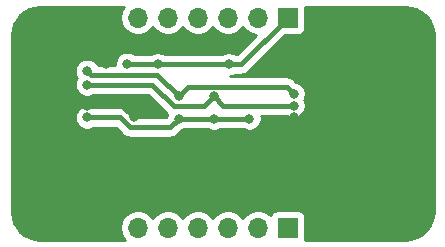
<source format=gbr>
%TF.GenerationSoftware,KiCad,Pcbnew,5.1.6*%
%TF.CreationDate,2020-07-11T18:48:30-07:00*%
%TF.ProjectId,proto_boards,70726f74-6f5f-4626-9f61-7264732e6b69,rev?*%
%TF.SameCoordinates,Original*%
%TF.FileFunction,Copper,L2,Bot*%
%TF.FilePolarity,Positive*%
%FSLAX46Y46*%
G04 Gerber Fmt 4.6, Leading zero omitted, Abs format (unit mm)*
G04 Created by KiCad (PCBNEW 5.1.6) date 2020-07-11 18:48:30*
%MOMM*%
%LPD*%
G01*
G04 APERTURE LIST*
%TA.AperFunction,ComponentPad*%
%ADD10O,1.700000X1.700000*%
%TD*%
%TA.AperFunction,ComponentPad*%
%ADD11R,1.700000X1.700000*%
%TD*%
%TA.AperFunction,ViaPad*%
%ADD12C,0.800000*%
%TD*%
%TA.AperFunction,Conductor*%
%ADD13C,0.460000*%
%TD*%
%TA.AperFunction,Conductor*%
%ADD14C,0.254000*%
%TD*%
G04 APERTURE END LIST*
D10*
%TO.P,J2,6*%
%TO.N,Net-(J2-Pad6)*%
X159890000Y-86360000D03*
%TO.P,J2,5*%
%TO.N,Net-(J2-Pad5)*%
X162430000Y-86360000D03*
%TO.P,J2,4*%
%TO.N,Net-(J2-Pad4)*%
X164970000Y-86360000D03*
%TO.P,J2,3*%
%TO.N,Net-(J2-Pad3)*%
X167510000Y-86360000D03*
%TO.P,J2,2*%
%TO.N,Net-(J2-Pad2)*%
X170050000Y-86360000D03*
D11*
%TO.P,J2,1*%
%TO.N,Net-(J2-Pad1)*%
X172590000Y-86360000D03*
%TD*%
D10*
%TO.P,J1,6*%
%TO.N,Net-(IC1-Pad5)*%
X159890000Y-68580000D03*
%TO.P,J1,5*%
%TO.N,Net-(IC1-Pad6)*%
X162430000Y-68580000D03*
%TO.P,J1,4*%
%TO.N,/SDA*%
X164970000Y-68580000D03*
%TO.P,J1,3*%
%TO.N,/SCL*%
X167510000Y-68580000D03*
%TO.P,J1,2*%
%TO.N,+3V3*%
X170050000Y-68580000D03*
D11*
%TO.P,J1,1*%
%TO.N,GNDS*%
X172590000Y-68580000D03*
%TD*%
D12*
%TO.N,GNDS*%
X159000000Y-72500000D03*
X161590000Y-72540000D03*
X167590000Y-72540000D03*
%TO.N,GND*%
X151000000Y-82212500D03*
X156818180Y-82212500D03*
X162636360Y-82212500D03*
X168454540Y-82212500D03*
X174272720Y-82212500D03*
X180090900Y-82212500D03*
X155590000Y-76040000D03*
X159590000Y-77040000D03*
X175510000Y-77960000D03*
X173090000Y-77040000D03*
X157177500Y-72500000D03*
%TO.N,/SCL*%
X173090000Y-76040000D03*
%TO.N,VDD*%
X169345000Y-77137500D03*
X166345000Y-77137500D03*
X163345000Y-77137500D03*
X155590000Y-77040000D03*
%TO.N,/SDA*%
X173090000Y-75040000D03*
X163345000Y-75262500D03*
X155600000Y-73100000D03*
%TO.N,/SCL*%
X166345000Y-75262500D03*
X155590000Y-74250000D03*
%TD*%
D13*
%TO.N,GNDS*%
X168630000Y-72540000D02*
X167590000Y-72540000D01*
X172590000Y-68580000D02*
X168630000Y-72540000D01*
X167590000Y-72540000D02*
X161590000Y-72540000D01*
X159040000Y-72540000D02*
X159000000Y-72500000D01*
X161590000Y-72540000D02*
X159040000Y-72540000D01*
%TO.N,GND*%
X158590000Y-76040000D02*
X159590000Y-77040000D01*
X155590000Y-76040000D02*
X158590000Y-76040000D01*
%TO.N,VDD*%
X162612499Y-77870001D02*
X163345000Y-77137500D01*
X159191599Y-77870001D02*
X162612499Y-77870001D01*
X158361598Y-77040000D02*
X159191599Y-77870001D01*
X155590000Y-77040000D02*
X158361598Y-77040000D01*
X163345000Y-77137500D02*
X166345000Y-77137500D01*
X166345000Y-77137500D02*
X169345000Y-77137500D01*
%TO.N,/SDA*%
X164175001Y-74432499D02*
X163345000Y-75262500D01*
X172482499Y-74432499D02*
X164175001Y-74432499D01*
X173090000Y-75040000D02*
X172482499Y-74432499D01*
X163345000Y-75262500D02*
X163237500Y-75262500D01*
X161502499Y-73419999D02*
X155919999Y-73419999D01*
X155919999Y-73419999D02*
X155600000Y-73100000D01*
X163345000Y-75262500D02*
X161502499Y-73419999D01*
%TO.N,/SCL*%
X165514999Y-76092501D02*
X166345000Y-75262500D01*
X167122500Y-76040000D02*
X173090000Y-76040000D01*
X166345000Y-75262500D02*
X167122500Y-76040000D01*
X162946599Y-76092501D02*
X165514999Y-76092501D01*
X161104098Y-74250000D02*
X162946599Y-76092501D01*
X155590000Y-74250000D02*
X161104098Y-74250000D01*
%TD*%
D14*
%TO.N,GND*%
G36*
X158574010Y-67876589D02*
G01*
X158462068Y-68146842D01*
X158405000Y-68433740D01*
X158405000Y-68726260D01*
X158462068Y-69013158D01*
X158574010Y-69283411D01*
X158736525Y-69526632D01*
X158943368Y-69733475D01*
X159186589Y-69895990D01*
X159456842Y-70007932D01*
X159743740Y-70065000D01*
X160036260Y-70065000D01*
X160323158Y-70007932D01*
X160593411Y-69895990D01*
X160836632Y-69733475D01*
X161043475Y-69526632D01*
X161160000Y-69352240D01*
X161276525Y-69526632D01*
X161483368Y-69733475D01*
X161726589Y-69895990D01*
X161996842Y-70007932D01*
X162283740Y-70065000D01*
X162576260Y-70065000D01*
X162863158Y-70007932D01*
X163133411Y-69895990D01*
X163376632Y-69733475D01*
X163583475Y-69526632D01*
X163700000Y-69352240D01*
X163816525Y-69526632D01*
X164023368Y-69733475D01*
X164266589Y-69895990D01*
X164536842Y-70007932D01*
X164823740Y-70065000D01*
X165116260Y-70065000D01*
X165403158Y-70007932D01*
X165673411Y-69895990D01*
X165916632Y-69733475D01*
X166123475Y-69526632D01*
X166240000Y-69352240D01*
X166356525Y-69526632D01*
X166563368Y-69733475D01*
X166806589Y-69895990D01*
X167076842Y-70007932D01*
X167363740Y-70065000D01*
X167656260Y-70065000D01*
X167943158Y-70007932D01*
X168213411Y-69895990D01*
X168456632Y-69733475D01*
X168663475Y-69526632D01*
X168780000Y-69352240D01*
X168896525Y-69526632D01*
X169103368Y-69733475D01*
X169346589Y-69895990D01*
X169616842Y-70007932D01*
X169885361Y-70061344D01*
X168271706Y-71675000D01*
X168158387Y-71675000D01*
X168080256Y-71622795D01*
X167891898Y-71544774D01*
X167691939Y-71505000D01*
X167488061Y-71505000D01*
X167288102Y-71544774D01*
X167099744Y-71622795D01*
X167021613Y-71675000D01*
X162158387Y-71675000D01*
X162080256Y-71622795D01*
X161891898Y-71544774D01*
X161691939Y-71505000D01*
X161488061Y-71505000D01*
X161288102Y-71544774D01*
X161099744Y-71622795D01*
X161021613Y-71675000D01*
X159628251Y-71675000D01*
X159490256Y-71582795D01*
X159301898Y-71504774D01*
X159101939Y-71465000D01*
X158898061Y-71465000D01*
X158698102Y-71504774D01*
X158509744Y-71582795D01*
X158340226Y-71696063D01*
X158196063Y-71840226D01*
X158082795Y-72009744D01*
X158004774Y-72198102D01*
X157965000Y-72398061D01*
X157965000Y-72554999D01*
X156480626Y-72554999D01*
X156403937Y-72440226D01*
X156259774Y-72296063D01*
X156090256Y-72182795D01*
X155901898Y-72104774D01*
X155701939Y-72065000D01*
X155498061Y-72065000D01*
X155298102Y-72104774D01*
X155109744Y-72182795D01*
X154940226Y-72296063D01*
X154796063Y-72440226D01*
X154682795Y-72609744D01*
X154604774Y-72798102D01*
X154565000Y-72998061D01*
X154565000Y-73201939D01*
X154604774Y-73401898D01*
X154682795Y-73590256D01*
X154734419Y-73667517D01*
X154672795Y-73759744D01*
X154594774Y-73948102D01*
X154555000Y-74148061D01*
X154555000Y-74351939D01*
X154594774Y-74551898D01*
X154672795Y-74740256D01*
X154786063Y-74909774D01*
X154930226Y-75053937D01*
X155099744Y-75167205D01*
X155288102Y-75245226D01*
X155488061Y-75285000D01*
X155691939Y-75285000D01*
X155891898Y-75245226D01*
X156080256Y-75167205D01*
X156158387Y-75115000D01*
X160745804Y-75115000D01*
X162304904Y-76674101D01*
X162331992Y-76707108D01*
X162364997Y-76734194D01*
X162384984Y-76750597D01*
X162349774Y-76835602D01*
X162331442Y-76927763D01*
X162254205Y-77005001D01*
X159549894Y-77005001D01*
X159003297Y-76458405D01*
X158976205Y-76425393D01*
X158844491Y-76317299D01*
X158694221Y-76236978D01*
X158531168Y-76187516D01*
X158404089Y-76175000D01*
X158404087Y-76175000D01*
X158361598Y-76170815D01*
X158319109Y-76175000D01*
X156158387Y-76175000D01*
X156080256Y-76122795D01*
X155891898Y-76044774D01*
X155691939Y-76005000D01*
X155488061Y-76005000D01*
X155288102Y-76044774D01*
X155099744Y-76122795D01*
X154930226Y-76236063D01*
X154786063Y-76380226D01*
X154672795Y-76549744D01*
X154594774Y-76738102D01*
X154555000Y-76938061D01*
X154555000Y-77141939D01*
X154594774Y-77341898D01*
X154672795Y-77530256D01*
X154786063Y-77699774D01*
X154930226Y-77843937D01*
X155099744Y-77957205D01*
X155288102Y-78035226D01*
X155488061Y-78075000D01*
X155691939Y-78075000D01*
X155891898Y-78035226D01*
X156080256Y-77957205D01*
X156158387Y-77905000D01*
X158003304Y-77905000D01*
X158549904Y-78451601D01*
X158576992Y-78484608D01*
X158708706Y-78592702D01*
X158858976Y-78673023D01*
X159022029Y-78722485D01*
X159149108Y-78735001D01*
X159149110Y-78735001D01*
X159191599Y-78739186D01*
X159234088Y-78735001D01*
X162570010Y-78735001D01*
X162612499Y-78739186D01*
X162654988Y-78735001D01*
X162654990Y-78735001D01*
X162782069Y-78722485D01*
X162945122Y-78673023D01*
X163095392Y-78592702D01*
X163227106Y-78484608D01*
X163254198Y-78451596D01*
X163554737Y-78151058D01*
X163646898Y-78132726D01*
X163835256Y-78054705D01*
X163913387Y-78002500D01*
X165776613Y-78002500D01*
X165854744Y-78054705D01*
X166043102Y-78132726D01*
X166243061Y-78172500D01*
X166446939Y-78172500D01*
X166646898Y-78132726D01*
X166835256Y-78054705D01*
X166913387Y-78002500D01*
X168776613Y-78002500D01*
X168854744Y-78054705D01*
X169043102Y-78132726D01*
X169243061Y-78172500D01*
X169446939Y-78172500D01*
X169646898Y-78132726D01*
X169835256Y-78054705D01*
X170004774Y-77941437D01*
X170148937Y-77797274D01*
X170262205Y-77627756D01*
X170340226Y-77439398D01*
X170380000Y-77239439D01*
X170380000Y-77035561D01*
X170354030Y-76905000D01*
X172521613Y-76905000D01*
X172599744Y-76957205D01*
X172788102Y-77035226D01*
X172988061Y-77075000D01*
X173191939Y-77075000D01*
X173391898Y-77035226D01*
X173580256Y-76957205D01*
X173749774Y-76843937D01*
X173893937Y-76699774D01*
X174007205Y-76530256D01*
X174085226Y-76341898D01*
X174125000Y-76141939D01*
X174125000Y-75938061D01*
X174085226Y-75738102D01*
X174007205Y-75549744D01*
X174000694Y-75540000D01*
X174007205Y-75530256D01*
X174085226Y-75341898D01*
X174125000Y-75141939D01*
X174125000Y-74938061D01*
X174085226Y-74738102D01*
X174007205Y-74549744D01*
X173893937Y-74380226D01*
X173749774Y-74236063D01*
X173580256Y-74122795D01*
X173391898Y-74044774D01*
X173299736Y-74026442D01*
X173124198Y-73850904D01*
X173097106Y-73817892D01*
X172965392Y-73709798D01*
X172815122Y-73629477D01*
X172652069Y-73580015D01*
X172524990Y-73567499D01*
X172524988Y-73567499D01*
X172482499Y-73563314D01*
X172440010Y-73567499D01*
X167729649Y-73567499D01*
X167891898Y-73535226D01*
X168080256Y-73457205D01*
X168158387Y-73405000D01*
X168587511Y-73405000D01*
X168630000Y-73409185D01*
X168672489Y-73405000D01*
X168672491Y-73405000D01*
X168799570Y-73392484D01*
X168962623Y-73343022D01*
X169112893Y-73262701D01*
X169244607Y-73154607D01*
X169271699Y-73121595D01*
X172325223Y-70068072D01*
X173440000Y-70068072D01*
X173564482Y-70055812D01*
X173684180Y-70019502D01*
X173794494Y-69960537D01*
X173891185Y-69881185D01*
X173970537Y-69784494D01*
X174029502Y-69674180D01*
X174065812Y-69554482D01*
X174078072Y-69430000D01*
X174078072Y-67730000D01*
X174075117Y-67700000D01*
X182557721Y-67700000D01*
X183043893Y-67747670D01*
X183480498Y-67879489D01*
X183883185Y-68093600D01*
X184236612Y-68381848D01*
X184527327Y-68733261D01*
X184744242Y-69134439D01*
X184879106Y-69570113D01*
X184930000Y-70054344D01*
X184930001Y-85007711D01*
X184882330Y-85493894D01*
X184750512Y-85930497D01*
X184536399Y-86333186D01*
X184248150Y-86686613D01*
X183896739Y-86977327D01*
X183495564Y-87194240D01*
X183059886Y-87329106D01*
X182575664Y-87380000D01*
X174052004Y-87380000D01*
X174065812Y-87334482D01*
X174078072Y-87210000D01*
X174078072Y-85510000D01*
X174065812Y-85385518D01*
X174029502Y-85265820D01*
X173970537Y-85155506D01*
X173891185Y-85058815D01*
X173794494Y-84979463D01*
X173684180Y-84920498D01*
X173564482Y-84884188D01*
X173440000Y-84871928D01*
X171740000Y-84871928D01*
X171615518Y-84884188D01*
X171495820Y-84920498D01*
X171385506Y-84979463D01*
X171288815Y-85058815D01*
X171209463Y-85155506D01*
X171150498Y-85265820D01*
X171128487Y-85338380D01*
X170996632Y-85206525D01*
X170753411Y-85044010D01*
X170483158Y-84932068D01*
X170196260Y-84875000D01*
X169903740Y-84875000D01*
X169616842Y-84932068D01*
X169346589Y-85044010D01*
X169103368Y-85206525D01*
X168896525Y-85413368D01*
X168780000Y-85587760D01*
X168663475Y-85413368D01*
X168456632Y-85206525D01*
X168213411Y-85044010D01*
X167943158Y-84932068D01*
X167656260Y-84875000D01*
X167363740Y-84875000D01*
X167076842Y-84932068D01*
X166806589Y-85044010D01*
X166563368Y-85206525D01*
X166356525Y-85413368D01*
X166240000Y-85587760D01*
X166123475Y-85413368D01*
X165916632Y-85206525D01*
X165673411Y-85044010D01*
X165403158Y-84932068D01*
X165116260Y-84875000D01*
X164823740Y-84875000D01*
X164536842Y-84932068D01*
X164266589Y-85044010D01*
X164023368Y-85206525D01*
X163816525Y-85413368D01*
X163700000Y-85587760D01*
X163583475Y-85413368D01*
X163376632Y-85206525D01*
X163133411Y-85044010D01*
X162863158Y-84932068D01*
X162576260Y-84875000D01*
X162283740Y-84875000D01*
X161996842Y-84932068D01*
X161726589Y-85044010D01*
X161483368Y-85206525D01*
X161276525Y-85413368D01*
X161160000Y-85587760D01*
X161043475Y-85413368D01*
X160836632Y-85206525D01*
X160593411Y-85044010D01*
X160323158Y-84932068D01*
X160036260Y-84875000D01*
X159743740Y-84875000D01*
X159456842Y-84932068D01*
X159186589Y-85044010D01*
X158943368Y-85206525D01*
X158736525Y-85413368D01*
X158574010Y-85656589D01*
X158462068Y-85926842D01*
X158405000Y-86213740D01*
X158405000Y-86506260D01*
X158462068Y-86793158D01*
X158574010Y-87063411D01*
X158736525Y-87306632D01*
X158809893Y-87380000D01*
X151622279Y-87380000D01*
X151136106Y-87332330D01*
X150699503Y-87200512D01*
X150296814Y-86986399D01*
X149943387Y-86698150D01*
X149652673Y-86346739D01*
X149435760Y-85945564D01*
X149300894Y-85509886D01*
X149250000Y-85025664D01*
X149250000Y-70072279D01*
X149297670Y-69586107D01*
X149429489Y-69149502D01*
X149643600Y-68746815D01*
X149931848Y-68393388D01*
X150283261Y-68102673D01*
X150684439Y-67885758D01*
X151120113Y-67750894D01*
X151604344Y-67700000D01*
X158692003Y-67700000D01*
X158574010Y-67876589D01*
G37*
X158574010Y-67876589D02*
X158462068Y-68146842D01*
X158405000Y-68433740D01*
X158405000Y-68726260D01*
X158462068Y-69013158D01*
X158574010Y-69283411D01*
X158736525Y-69526632D01*
X158943368Y-69733475D01*
X159186589Y-69895990D01*
X159456842Y-70007932D01*
X159743740Y-70065000D01*
X160036260Y-70065000D01*
X160323158Y-70007932D01*
X160593411Y-69895990D01*
X160836632Y-69733475D01*
X161043475Y-69526632D01*
X161160000Y-69352240D01*
X161276525Y-69526632D01*
X161483368Y-69733475D01*
X161726589Y-69895990D01*
X161996842Y-70007932D01*
X162283740Y-70065000D01*
X162576260Y-70065000D01*
X162863158Y-70007932D01*
X163133411Y-69895990D01*
X163376632Y-69733475D01*
X163583475Y-69526632D01*
X163700000Y-69352240D01*
X163816525Y-69526632D01*
X164023368Y-69733475D01*
X164266589Y-69895990D01*
X164536842Y-70007932D01*
X164823740Y-70065000D01*
X165116260Y-70065000D01*
X165403158Y-70007932D01*
X165673411Y-69895990D01*
X165916632Y-69733475D01*
X166123475Y-69526632D01*
X166240000Y-69352240D01*
X166356525Y-69526632D01*
X166563368Y-69733475D01*
X166806589Y-69895990D01*
X167076842Y-70007932D01*
X167363740Y-70065000D01*
X167656260Y-70065000D01*
X167943158Y-70007932D01*
X168213411Y-69895990D01*
X168456632Y-69733475D01*
X168663475Y-69526632D01*
X168780000Y-69352240D01*
X168896525Y-69526632D01*
X169103368Y-69733475D01*
X169346589Y-69895990D01*
X169616842Y-70007932D01*
X169885361Y-70061344D01*
X168271706Y-71675000D01*
X168158387Y-71675000D01*
X168080256Y-71622795D01*
X167891898Y-71544774D01*
X167691939Y-71505000D01*
X167488061Y-71505000D01*
X167288102Y-71544774D01*
X167099744Y-71622795D01*
X167021613Y-71675000D01*
X162158387Y-71675000D01*
X162080256Y-71622795D01*
X161891898Y-71544774D01*
X161691939Y-71505000D01*
X161488061Y-71505000D01*
X161288102Y-71544774D01*
X161099744Y-71622795D01*
X161021613Y-71675000D01*
X159628251Y-71675000D01*
X159490256Y-71582795D01*
X159301898Y-71504774D01*
X159101939Y-71465000D01*
X158898061Y-71465000D01*
X158698102Y-71504774D01*
X158509744Y-71582795D01*
X158340226Y-71696063D01*
X158196063Y-71840226D01*
X158082795Y-72009744D01*
X158004774Y-72198102D01*
X157965000Y-72398061D01*
X157965000Y-72554999D01*
X156480626Y-72554999D01*
X156403937Y-72440226D01*
X156259774Y-72296063D01*
X156090256Y-72182795D01*
X155901898Y-72104774D01*
X155701939Y-72065000D01*
X155498061Y-72065000D01*
X155298102Y-72104774D01*
X155109744Y-72182795D01*
X154940226Y-72296063D01*
X154796063Y-72440226D01*
X154682795Y-72609744D01*
X154604774Y-72798102D01*
X154565000Y-72998061D01*
X154565000Y-73201939D01*
X154604774Y-73401898D01*
X154682795Y-73590256D01*
X154734419Y-73667517D01*
X154672795Y-73759744D01*
X154594774Y-73948102D01*
X154555000Y-74148061D01*
X154555000Y-74351939D01*
X154594774Y-74551898D01*
X154672795Y-74740256D01*
X154786063Y-74909774D01*
X154930226Y-75053937D01*
X155099744Y-75167205D01*
X155288102Y-75245226D01*
X155488061Y-75285000D01*
X155691939Y-75285000D01*
X155891898Y-75245226D01*
X156080256Y-75167205D01*
X156158387Y-75115000D01*
X160745804Y-75115000D01*
X162304904Y-76674101D01*
X162331992Y-76707108D01*
X162364997Y-76734194D01*
X162384984Y-76750597D01*
X162349774Y-76835602D01*
X162331442Y-76927763D01*
X162254205Y-77005001D01*
X159549894Y-77005001D01*
X159003297Y-76458405D01*
X158976205Y-76425393D01*
X158844491Y-76317299D01*
X158694221Y-76236978D01*
X158531168Y-76187516D01*
X158404089Y-76175000D01*
X158404087Y-76175000D01*
X158361598Y-76170815D01*
X158319109Y-76175000D01*
X156158387Y-76175000D01*
X156080256Y-76122795D01*
X155891898Y-76044774D01*
X155691939Y-76005000D01*
X155488061Y-76005000D01*
X155288102Y-76044774D01*
X155099744Y-76122795D01*
X154930226Y-76236063D01*
X154786063Y-76380226D01*
X154672795Y-76549744D01*
X154594774Y-76738102D01*
X154555000Y-76938061D01*
X154555000Y-77141939D01*
X154594774Y-77341898D01*
X154672795Y-77530256D01*
X154786063Y-77699774D01*
X154930226Y-77843937D01*
X155099744Y-77957205D01*
X155288102Y-78035226D01*
X155488061Y-78075000D01*
X155691939Y-78075000D01*
X155891898Y-78035226D01*
X156080256Y-77957205D01*
X156158387Y-77905000D01*
X158003304Y-77905000D01*
X158549904Y-78451601D01*
X158576992Y-78484608D01*
X158708706Y-78592702D01*
X158858976Y-78673023D01*
X159022029Y-78722485D01*
X159149108Y-78735001D01*
X159149110Y-78735001D01*
X159191599Y-78739186D01*
X159234088Y-78735001D01*
X162570010Y-78735001D01*
X162612499Y-78739186D01*
X162654988Y-78735001D01*
X162654990Y-78735001D01*
X162782069Y-78722485D01*
X162945122Y-78673023D01*
X163095392Y-78592702D01*
X163227106Y-78484608D01*
X163254198Y-78451596D01*
X163554737Y-78151058D01*
X163646898Y-78132726D01*
X163835256Y-78054705D01*
X163913387Y-78002500D01*
X165776613Y-78002500D01*
X165854744Y-78054705D01*
X166043102Y-78132726D01*
X166243061Y-78172500D01*
X166446939Y-78172500D01*
X166646898Y-78132726D01*
X166835256Y-78054705D01*
X166913387Y-78002500D01*
X168776613Y-78002500D01*
X168854744Y-78054705D01*
X169043102Y-78132726D01*
X169243061Y-78172500D01*
X169446939Y-78172500D01*
X169646898Y-78132726D01*
X169835256Y-78054705D01*
X170004774Y-77941437D01*
X170148937Y-77797274D01*
X170262205Y-77627756D01*
X170340226Y-77439398D01*
X170380000Y-77239439D01*
X170380000Y-77035561D01*
X170354030Y-76905000D01*
X172521613Y-76905000D01*
X172599744Y-76957205D01*
X172788102Y-77035226D01*
X172988061Y-77075000D01*
X173191939Y-77075000D01*
X173391898Y-77035226D01*
X173580256Y-76957205D01*
X173749774Y-76843937D01*
X173893937Y-76699774D01*
X174007205Y-76530256D01*
X174085226Y-76341898D01*
X174125000Y-76141939D01*
X174125000Y-75938061D01*
X174085226Y-75738102D01*
X174007205Y-75549744D01*
X174000694Y-75540000D01*
X174007205Y-75530256D01*
X174085226Y-75341898D01*
X174125000Y-75141939D01*
X174125000Y-74938061D01*
X174085226Y-74738102D01*
X174007205Y-74549744D01*
X173893937Y-74380226D01*
X173749774Y-74236063D01*
X173580256Y-74122795D01*
X173391898Y-74044774D01*
X173299736Y-74026442D01*
X173124198Y-73850904D01*
X173097106Y-73817892D01*
X172965392Y-73709798D01*
X172815122Y-73629477D01*
X172652069Y-73580015D01*
X172524990Y-73567499D01*
X172524988Y-73567499D01*
X172482499Y-73563314D01*
X172440010Y-73567499D01*
X167729649Y-73567499D01*
X167891898Y-73535226D01*
X168080256Y-73457205D01*
X168158387Y-73405000D01*
X168587511Y-73405000D01*
X168630000Y-73409185D01*
X168672489Y-73405000D01*
X168672491Y-73405000D01*
X168799570Y-73392484D01*
X168962623Y-73343022D01*
X169112893Y-73262701D01*
X169244607Y-73154607D01*
X169271699Y-73121595D01*
X172325223Y-70068072D01*
X173440000Y-70068072D01*
X173564482Y-70055812D01*
X173684180Y-70019502D01*
X173794494Y-69960537D01*
X173891185Y-69881185D01*
X173970537Y-69784494D01*
X174029502Y-69674180D01*
X174065812Y-69554482D01*
X174078072Y-69430000D01*
X174078072Y-67730000D01*
X174075117Y-67700000D01*
X182557721Y-67700000D01*
X183043893Y-67747670D01*
X183480498Y-67879489D01*
X183883185Y-68093600D01*
X184236612Y-68381848D01*
X184527327Y-68733261D01*
X184744242Y-69134439D01*
X184879106Y-69570113D01*
X184930000Y-70054344D01*
X184930001Y-85007711D01*
X184882330Y-85493894D01*
X184750512Y-85930497D01*
X184536399Y-86333186D01*
X184248150Y-86686613D01*
X183896739Y-86977327D01*
X183495564Y-87194240D01*
X183059886Y-87329106D01*
X182575664Y-87380000D01*
X174052004Y-87380000D01*
X174065812Y-87334482D01*
X174078072Y-87210000D01*
X174078072Y-85510000D01*
X174065812Y-85385518D01*
X174029502Y-85265820D01*
X173970537Y-85155506D01*
X173891185Y-85058815D01*
X173794494Y-84979463D01*
X173684180Y-84920498D01*
X173564482Y-84884188D01*
X173440000Y-84871928D01*
X171740000Y-84871928D01*
X171615518Y-84884188D01*
X171495820Y-84920498D01*
X171385506Y-84979463D01*
X171288815Y-85058815D01*
X171209463Y-85155506D01*
X171150498Y-85265820D01*
X171128487Y-85338380D01*
X170996632Y-85206525D01*
X170753411Y-85044010D01*
X170483158Y-84932068D01*
X170196260Y-84875000D01*
X169903740Y-84875000D01*
X169616842Y-84932068D01*
X169346589Y-85044010D01*
X169103368Y-85206525D01*
X168896525Y-85413368D01*
X168780000Y-85587760D01*
X168663475Y-85413368D01*
X168456632Y-85206525D01*
X168213411Y-85044010D01*
X167943158Y-84932068D01*
X167656260Y-84875000D01*
X167363740Y-84875000D01*
X167076842Y-84932068D01*
X166806589Y-85044010D01*
X166563368Y-85206525D01*
X166356525Y-85413368D01*
X166240000Y-85587760D01*
X166123475Y-85413368D01*
X165916632Y-85206525D01*
X165673411Y-85044010D01*
X165403158Y-84932068D01*
X165116260Y-84875000D01*
X164823740Y-84875000D01*
X164536842Y-84932068D01*
X164266589Y-85044010D01*
X164023368Y-85206525D01*
X163816525Y-85413368D01*
X163700000Y-85587760D01*
X163583475Y-85413368D01*
X163376632Y-85206525D01*
X163133411Y-85044010D01*
X162863158Y-84932068D01*
X162576260Y-84875000D01*
X162283740Y-84875000D01*
X161996842Y-84932068D01*
X161726589Y-85044010D01*
X161483368Y-85206525D01*
X161276525Y-85413368D01*
X161160000Y-85587760D01*
X161043475Y-85413368D01*
X160836632Y-85206525D01*
X160593411Y-85044010D01*
X160323158Y-84932068D01*
X160036260Y-84875000D01*
X159743740Y-84875000D01*
X159456842Y-84932068D01*
X159186589Y-85044010D01*
X158943368Y-85206525D01*
X158736525Y-85413368D01*
X158574010Y-85656589D01*
X158462068Y-85926842D01*
X158405000Y-86213740D01*
X158405000Y-86506260D01*
X158462068Y-86793158D01*
X158574010Y-87063411D01*
X158736525Y-87306632D01*
X158809893Y-87380000D01*
X151622279Y-87380000D01*
X151136106Y-87332330D01*
X150699503Y-87200512D01*
X150296814Y-86986399D01*
X149943387Y-86698150D01*
X149652673Y-86346739D01*
X149435760Y-85945564D01*
X149300894Y-85509886D01*
X149250000Y-85025664D01*
X149250000Y-70072279D01*
X149297670Y-69586107D01*
X149429489Y-69149502D01*
X149643600Y-68746815D01*
X149931848Y-68393388D01*
X150283261Y-68102673D01*
X150684439Y-67885758D01*
X151120113Y-67750894D01*
X151604344Y-67700000D01*
X158692003Y-67700000D01*
X158574010Y-67876589D01*
%TD*%
M02*

</source>
